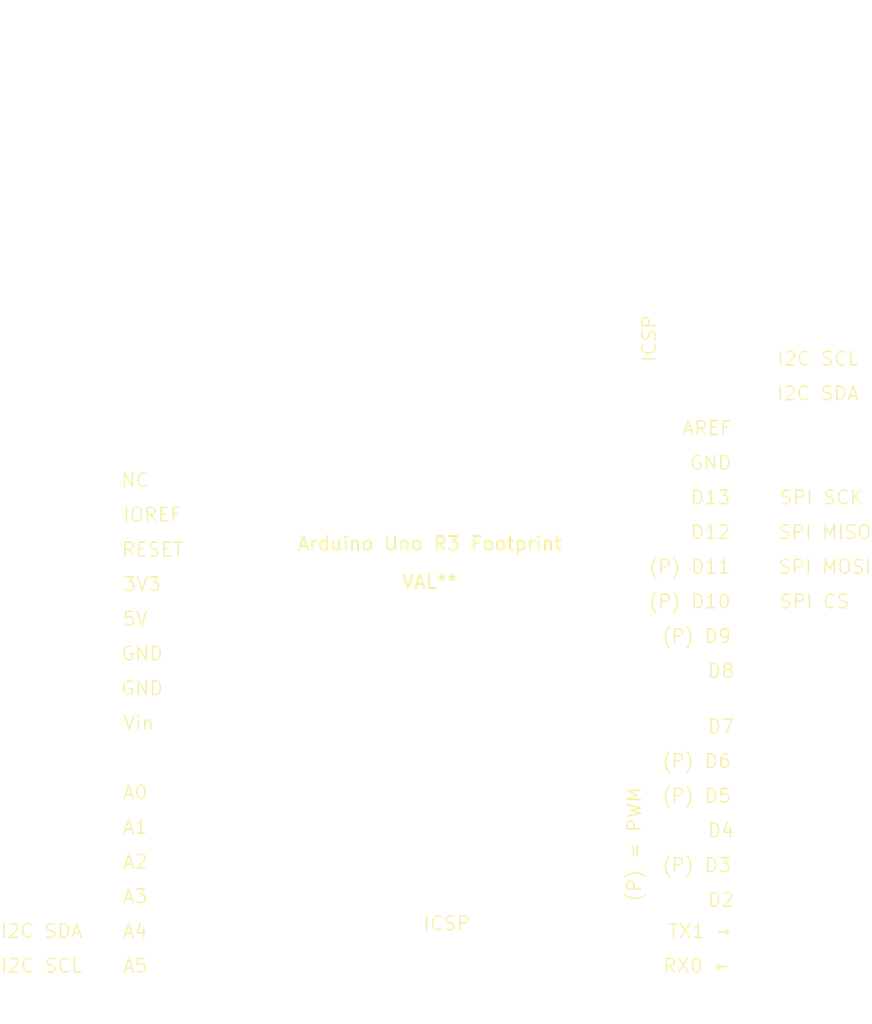
<source format=kicad_pcb>
(kicad_pcb (version 3) (host pcbnew "(2013-07-07 BZR 4022)-stable")

  (general
    (links 0)
    (no_connects 0)
    (area 0 0 0 0)
    (thickness 1.6)
    (drawings 0)
    (tracks 0)
    (zones 0)
    (modules 1)
    (nets 1)
  )

  (page A3)
  (layers
    (15 F.Cu signal)
    (0 B.Cu signal)
    (16 B.Adhes user)
    (17 F.Adhes user)
    (18 B.Paste user)
    (19 F.Paste user)
    (20 B.SilkS user)
    (21 F.SilkS user)
    (22 B.Mask user)
    (23 F.Mask user)
    (24 Dwgs.User user)
    (25 Cmts.User user)
    (26 Eco1.User user)
    (27 Eco2.User user)
    (28 Edge.Cuts user)
  )

  (setup
    (last_trace_width 0.254)
    (trace_clearance 0.254)
    (zone_clearance 0.508)
    (zone_45_only no)
    (trace_min 0.254)
    (segment_width 0.1)
    (edge_width 0.1)
    (via_size 0.889)
    (via_drill 0.635)
    (via_min_size 0.889)
    (via_min_drill 0.508)
    (uvia_size 0.508)
    (uvia_drill 0.127)
    (uvias_allowed no)
    (uvia_min_size 0.508)
    (uvia_min_drill 0.127)
    (pcb_text_width 0.3)
    (pcb_text_size 1.5 1.5)
    (mod_edge_width 0.001)
    (mod_text_size 1 1)
    (mod_text_width 0.1)
    (pad_size 1.5 1.5)
    (pad_drill 0.6)
    (pad_to_mask_clearance 0)
    (aux_axis_origin 0 0)
    (visible_elements 7FFFF7FF)
    (pcbplotparams
      (layerselection 3178497)
      (usegerberextensions true)
      (excludeedgelayer true)
      (linewidth 0.150000)
      (plotframeref false)
      (viasonmask false)
      (mode 1)
      (useauxorigin false)
      (hpglpennumber 1)
      (hpglpenspeed 20)
      (hpglpendiameter 15)
      (hpglpenoverlay 2)
      (psnegative false)
      (psa4output false)
      (plotreference true)
      (plotvalue true)
      (plotothertext true)
      (plotinvisibletext false)
      (padsonsilk false)
      (subtractmaskfromsilk false)
      (outputformat 1)
      (mirror false)
      (drillshape 1)
      (scaleselection 1)
      (outputdirectory ""))
  )

  (net 0 "")

  (net_class Default "This is the default net class."
    (clearance 0.254)
    (trace_width 0.254)
    (via_dia 0.889)
    (via_drill 0.635)
    (uvia_dia 0.508)
    (uvia_drill 0.127)
    (add_net "")
  )

  (module Arduino_Uno_R3_Footprint (layer F.Cu) (tedit 52EEB1CB) (tstamp 52EFF7C2)
    (at 214.63 149.86)
    (fp_text reference "Arduino Uno R3 Footprint" (at 0 -1.2) (layer F.SilkS)
      (effects (font (size 1 1) (thickness 0.15)))
    )
    (fp_text value VAL** (at 0 1.6) (layer F.SilkS)
      (effects (font (size 1 1) (thickness 0.15)))
    )
    (fp_line (start -26.5 26.35) (end -26.5 -34) (layer F.SilkS) (width 0.001))
    (fp_line (start -26.5 31.5) (end -26.5 30.35) (layer F.SilkS) (width 0.001))
    (fp_text user ICSP (at 16.0782 -16.2052 90) (layer F.SilkS)
      (effects (font (size 1 1) (thickness 0.1)))
    )
    (fp_circle (center 21.1582 -13.6652) (end 21.5138 -13.6398) (layer F.SilkS) (width 0.001))
    (fp_text user ICSP (at 1.2446 26.6192) (layer F.SilkS)
      (effects (font (size 1 1) (thickness 0.1)))
    )
    (fp_circle (center 3.7846 29.1592) (end 4.1402 29.2354) (layer F.SilkS) (width 0.001))
    (fp_text user "I2C SCL" (at -28.448 29.718) (layer F.SilkS)
      (effects (font (size 1 1) (thickness 0.1)))
    )
    (fp_text user "I2C SDA" (at -28.448 27.178) (layer F.SilkS)
      (effects (font (size 1 1) (thickness 0.1)))
    )
    (fp_line (start 26.5 3.925) (end 26.5 30.3) (layer F.SilkS) (width 0.001))
    (fp_line (start 26.5 -11.35) (end 26.5 -5.475) (layer F.SilkS) (width 0.001))
    (fp_line (start 26.5 -34) (end 26.5 -15.675) (layer F.SilkS) (width 0.001))
    (fp_text user "SPI CS" (at 28.194 3.048) (layer F.SilkS)
      (effects (font (size 1 1) (thickness 0.1)))
    )
    (fp_text user "SPI MOSI" (at 28.956 0.508) (layer F.SilkS)
      (effects (font (size 1 1) (thickness 0.1)))
    )
    (fp_text user "SPI MISO" (at 28.956 -2.032) (layer F.SilkS)
      (effects (font (size 1 1) (thickness 0.1)))
    )
    (fp_text user "SPI SCK" (at 28.702 -4.572) (layer F.SilkS)
      (effects (font (size 1 1) (thickness 0.1)))
    )
    (fp_text user "I2C SCL" (at 28.448 -14.732) (layer F.SilkS)
      (effects (font (size 1 1) (thickness 0.1)))
    )
    (fp_text user "I2C SDA" (at 28.448 -12.192) (layer F.SilkS)
      (effects (font (size 1 1) (thickness 0.1)))
    )
    (fp_text user AREF (at 20.32 -9.652) (layer F.SilkS)
      (effects (font (size 1 1) (thickness 0.1)))
    )
    (fp_text user GND (at 20.574 -7.112) (layer F.SilkS)
      (effects (font (size 1 1) (thickness 0.1)))
    )
    (fp_text user D13 (at 20.574 -4.572) (layer F.SilkS)
      (effects (font (size 1 1) (thickness 0.1)))
    )
    (fp_text user D12 (at 20.574 -2.032) (layer F.SilkS)
      (effects (font (size 1 1) (thickness 0.1)))
    )
    (fp_text user "(P) D11" (at 19.05 0.508) (layer F.SilkS)
      (effects (font (size 1 1) (thickness 0.1)))
    )
    (fp_text user "(P) D10" (at 19.05 3.048) (layer F.SilkS)
      (effects (font (size 1 1) (thickness 0.1)))
    )
    (fp_text user "(P) D9" (at 19.558 5.588) (layer F.SilkS)
      (effects (font (size 1 1) (thickness 0.1)))
    )
    (fp_text user D8 (at 21.336 8.128) (layer F.SilkS)
      (effects (font (size 1 1) (thickness 0.1)))
    )
    (fp_text user "(P) = PWM" (at 14.986 20.828 90) (layer F.SilkS)
      (effects (font (size 1 1) (thickness 0.1)))
    )
    (fp_text user "(P) D3" (at 19.558 22.352) (layer F.SilkS)
      (effects (font (size 1 1) (thickness 0.1)))
    )
    (fp_text user D7 (at 21.336 12.192) (layer F.SilkS)
      (effects (font (size 1 1) (thickness 0.1)))
    )
    (fp_text user "(P) D6" (at 19.558 14.732) (layer F.SilkS)
      (effects (font (size 1 1) (thickness 0.1)))
    )
    (fp_text user "(P) D5" (at 19.558 17.272) (layer F.SilkS)
      (effects (font (size 1 1) (thickness 0.1)))
    )
    (fp_text user D4 (at 21.336 19.812) (layer F.SilkS)
      (effects (font (size 1 1) (thickness 0.1)))
    )
    (fp_text user D2 (at 21.336 24.892) (layer F.SilkS)
      (effects (font (size 1 1) (thickness 0.1)))
    )
    (fp_text user "TX1 →" (at 19.812 27.178) (layer F.SilkS)
      (effects (font (size 1 1) (thickness 0.1)))
    )
    (fp_text user "RX0 ←" (at 19.558 29.718) (layer F.SilkS)
      (effects (font (size 1 1) (thickness 0.1)))
    )
    (fp_text user NC (at -21.59 -5.842) (layer F.SilkS)
      (effects (font (size 1 1) (thickness 0.1)))
    )
    (fp_text user IOREF (at -20.32 -3.302) (layer F.SilkS)
      (effects (font (size 1 1) (thickness 0.1)))
    )
    (fp_text user RESET (at -20.32 -0.762) (layer F.SilkS)
      (effects (font (size 1 1) (thickness 0.1)))
    )
    (fp_text user 3V3 (at -21.082 1.778) (layer F.SilkS)
      (effects (font (size 1 1) (thickness 0.1)))
    )
    (fp_text user 5V (at -21.59 4.318) (layer F.SilkS)
      (effects (font (size 1 1) (thickness 0.1)))
    )
    (fp_text user GND (at -21.082 6.858) (layer F.SilkS)
      (effects (font (size 1 1) (thickness 0.1)))
    )
    (fp_text user GND (at -21.082 9.398) (layer F.SilkS)
      (effects (font (size 1 1) (thickness 0.1)))
    )
    (fp_text user Vin (at -21.336 11.938) (layer F.SilkS)
      (effects (font (size 1 1) (thickness 0.1)))
    )
    (fp_text user A0 (at -21.59 17.018) (layer F.SilkS)
      (effects (font (size 1 1) (thickness 0.1)))
    )
    (fp_text user A1 (at -21.59 19.558) (layer F.SilkS)
      (effects (font (size 1 1) (thickness 0.1)))
    )
    (fp_text user A2 (at -21.59 22.098) (layer F.SilkS)
      (effects (font (size 1 1) (thickness 0.1)))
    )
    (fp_text user A3 (at -21.59 24.638) (layer F.SilkS)
      (effects (font (size 1 1) (thickness 0.1)))
    )
    (fp_text user A4 (at -21.59 27.178) (layer F.SilkS)
      (effects (font (size 1 1) (thickness 0.1)))
    )
    (fp_text user A5 (at -21.59 29.718) (layer F.SilkS)
      (effects (font (size 1 1) (thickness 0.1)))
    )
    (fp_line (start 21.4122 -18.9992) (end 20.9042 -18.4912) (layer F.SilkS) (width 0.001))
    (fp_line (start 21.4122 -18.4912) (end 20.9042 -18.9992) (layer F.SilkS) (width 0.001))
    (fp_line (start 21.4122 -18.7452) (end 21.4122 -18.9992) (layer F.SilkS) (width 0.001))
    (fp_line (start 21.4122 -18.9992) (end 20.9042 -18.9992) (layer F.SilkS) (width 0.001))
    (fp_line (start 20.9042 -18.9992) (end 20.9042 -18.4912) (layer F.SilkS) (width 0.001))
    (fp_line (start 20.9042 -18.4912) (end 21.4122 -18.4912) (layer F.SilkS) (width 0.001))
    (fp_line (start 21.4122 -18.4912) (end 21.4122 -18.7452) (layer F.SilkS) (width 0.001))
    (fp_line (start 18.8722 -18.9992) (end 18.3642 -18.4912) (layer F.SilkS) (width 0.001))
    (fp_line (start 18.8722 -18.4912) (end 18.3642 -18.9992) (layer F.SilkS) (width 0.001))
    (fp_line (start 18.8722 -18.7452) (end 18.8722 -18.9992) (layer F.SilkS) (width 0.001))
    (fp_line (start 18.8722 -18.9992) (end 18.3642 -18.9992) (layer F.SilkS) (width 0.001))
    (fp_line (start 18.3642 -18.9992) (end 18.3642 -18.4912) (layer F.SilkS) (width 0.001))
    (fp_line (start 18.3642 -18.4912) (end 18.8722 -18.4912) (layer F.SilkS) (width 0.001))
    (fp_line (start 18.8722 -18.4912) (end 18.8722 -18.7452) (layer F.SilkS) (width 0.001))
    (fp_line (start 18.8722 -16.4592) (end 18.3642 -15.9512) (layer F.SilkS) (width 0.001))
    (fp_line (start 18.8722 -15.9512) (end 18.3642 -16.4592) (layer F.SilkS) (width 0.001))
    (fp_line (start 18.8722 -16.2052) (end 18.8722 -16.4592) (layer F.SilkS) (width 0.001))
    (fp_line (start 18.8722 -16.4592) (end 18.3642 -16.4592) (layer F.SilkS) (width 0.001))
    (fp_line (start 18.3642 -16.4592) (end 18.3642 -15.9512) (layer F.SilkS) (width 0.001))
    (fp_line (start 18.3642 -15.9512) (end 18.8722 -15.9512) (layer F.SilkS) (width 0.001))
    (fp_line (start 18.8722 -15.9512) (end 18.8722 -16.2052) (layer F.SilkS) (width 0.001))
    (fp_line (start 21.4122 -16.4592) (end 20.9042 -15.9512) (layer F.SilkS) (width 0.001))
    (fp_line (start 21.4122 -15.9512) (end 20.9042 -16.4592) (layer F.SilkS) (width 0.001))
    (fp_line (start 21.4122 -16.2052) (end 21.4122 -15.9512) (layer F.SilkS) (width 0.001))
    (fp_line (start 21.4122 -15.9512) (end 20.9042 -15.9512) (layer F.SilkS) (width 0.001))
    (fp_line (start 20.9042 -15.9512) (end 20.9042 -16.4592) (layer F.SilkS) (width 0.001))
    (fp_line (start 20.9042 -16.4592) (end 21.4122 -16.4592) (layer F.SilkS) (width 0.001))
    (fp_line (start 21.4122 -16.4592) (end 21.4122 -16.2052) (layer F.SilkS) (width 0.001))
    (fp_line (start 18.8722 -13.9192) (end 18.3642 -13.4112) (layer F.SilkS) (width 0.001))
    (fp_line (start 18.8722 -13.4112) (end 18.3642 -13.9192) (layer F.SilkS) (width 0.001))
    (fp_line (start 18.3642 -13.9192) (end 18.3642 -13.4112) (layer F.SilkS) (width 0.001))
    (fp_line (start 18.3642 -13.4112) (end 18.8722 -13.4112) (layer F.SilkS) (width 0.001))
    (fp_line (start 18.8722 -13.4112) (end 18.8722 -13.6652) (layer F.SilkS) (width 0.001))
    (fp_line (start 18.8722 -13.6652) (end 18.8722 -13.9192) (layer F.SilkS) (width 0.001))
    (fp_line (start 18.8722 -13.9192) (end 18.3642 -13.9192) (layer F.SilkS) (width 0.001))
    (fp_line (start 4.0386 31.4452) (end 3.5306 31.9532) (layer F.SilkS) (width 0.001))
    (fp_line (start 4.0386 31.9532) (end 3.5306 31.4452) (layer F.SilkS) (width 0.001))
    (fp_line (start 3.7846 31.4452) (end 4.0386 31.4452) (layer F.SilkS) (width 0.001))
    (fp_line (start 4.0386 31.4452) (end 4.0386 31.9532) (layer F.SilkS) (width 0.001))
    (fp_line (start 4.0386 31.9532) (end 3.5306 31.9532) (layer F.SilkS) (width 0.001))
    (fp_line (start 3.5306 31.9532) (end 3.5306 31.4452) (layer F.SilkS) (width 0.001))
    (fp_line (start 3.5306 31.4452) (end 3.7846 31.4452) (layer F.SilkS) (width 0.001))
    (fp_line (start 1.4986 31.4452) (end 0.9906 31.9532) (layer F.SilkS) (width 0.001))
    (fp_line (start 0.9906 31.4452) (end 1.4986 31.9532) (layer F.SilkS) (width 0.001))
    (fp_line (start 1.2446 31.4452) (end 1.4986 31.4452) (layer F.SilkS) (width 0.001))
    (fp_line (start 1.4986 31.4452) (end 1.4986 31.9532) (layer F.SilkS) (width 0.001))
    (fp_line (start 1.4986 31.9532) (end 0.9906 31.9532) (layer F.SilkS) (width 0.001))
    (fp_line (start 0.9906 31.9532) (end 0.9906 31.4452) (layer F.SilkS) (width 0.001))
    (fp_line (start 0.9906 31.4452) (end 1.2446 31.4452) (layer F.SilkS) (width 0.001))
    (fp_line (start 1.4986 28.9052) (end 0.9906 29.4132) (layer F.SilkS) (width 0.001))
    (fp_line (start 0.9906 28.9052) (end 1.4986 29.4132) (layer F.SilkS) (width 0.001))
    (fp_line (start 1.2446 28.9052) (end 1.4986 28.9052) (layer F.SilkS) (width 0.001))
    (fp_line (start 1.4986 28.9052) (end 1.4986 29.4132) (layer F.SilkS) (width 0.001))
    (fp_line (start 1.4986 29.4132) (end 0.9906 29.4132) (layer F.SilkS) (width 0.001))
    (fp_line (start 0.9906 29.4132) (end 0.9906 28.9052) (layer F.SilkS) (width 0.001))
    (fp_line (start 0.9906 28.9052) (end 1.2446 28.9052) (layer F.SilkS) (width 0.001))
    (fp_line (start -1.0414 31.4452) (end -1.5494 31.9532) (layer F.SilkS) (width 0.001))
    (fp_line (start -1.0414 31.9532) (end -1.5494 31.4452) (layer F.SilkS) (width 0.001))
    (fp_line (start -1.524 31.4452) (end -1.5494 31.4452) (layer F.SilkS) (width 0.001))
    (fp_line (start -1.5494 31.4452) (end -1.5494 31.9532) (layer F.SilkS) (width 0.001))
    (fp_line (start -1.5494 31.9532) (end -1.524 31.9532) (layer F.SilkS) (width 0.001))
    (fp_line (start -1.2954 31.4452) (end -1.0414 31.4452) (layer F.SilkS) (width 0.001))
    (fp_line (start -1.0414 31.4452) (end -1.0414 31.9532) (layer F.SilkS) (width 0.001))
    (fp_line (start -1.0414 31.9532) (end -1.524 31.9532) (layer F.SilkS) (width 0.001))
    (fp_line (start -1.524 31.4452) (end -1.2954 31.4452) (layer F.SilkS) (width 0.001))
    (fp_line (start -1.0414 28.9052) (end -1.5494 29.4132) (layer F.SilkS) (width 0.001))
    (fp_line (start -1.5494 28.9052) (end -1.0414 29.4132) (layer F.SilkS) (width 0.001))
    (fp_line (start -1.0414 29.1592) (end -1.0414 28.9052) (layer F.SilkS) (width 0.001))
    (fp_line (start -1.0414 28.9052) (end -1.5494 28.9052) (layer F.SilkS) (width 0.001))
    (fp_line (start -1.5494 28.9052) (end -1.5494 29.4132) (layer F.SilkS) (width 0.001))
    (fp_line (start -1.5494 29.4132) (end -1.0414 29.4132) (layer F.SilkS) (width 0.001))
    (fp_line (start -1.0414 29.4132) (end -1.0414 29.1592) (layer F.SilkS) (width 0.001))
    (fp_line (start 22.1742 -14.9352) (end 17.6022 -14.9352) (layer F.SilkS) (width 0.001))
    (fp_line (start 17.6022 -17.4752) (end 22.1742 -17.4752) (layer F.SilkS) (width 0.001))
    (fp_line (start 22.1742 -20.0152) (end 17.6022 -20.0152) (layer F.SilkS) (width 0.001))
    (fp_line (start 17.6022 -20.0152) (end 17.6276 -20.0152) (layer F.SilkS) (width 0.001))
    (fp_line (start 22.4282 -17.7292) (end 22.4282 -19.7612) (layer F.SilkS) (width 0.001))
    (fp_line (start 22.4282 -15.1892) (end 22.4282 -17.2212) (layer F.SilkS) (width 0.001))
    (fp_line (start 22.4282 -12.6492) (end 22.4282 -14.6812) (layer F.SilkS) (width 0.001))
    (fp_line (start 17.6022 -12.3952) (end 22.1742 -12.3952) (layer F.SilkS) (width 0.001))
    (fp_line (start 17.3482 -14.6812) (end 17.3482 -12.6492) (layer F.SilkS) (width 0.001))
    (fp_line (start 17.3482 -17.2212) (end 17.3482 -15.1892) (layer F.SilkS) (width 0.001))
    (fp_line (start 17.3482 -19.7612) (end 17.3482 -17.7292) (layer F.SilkS) (width 0.001))
    (fp_line (start 22.4282 -12.6492) (end 22.1742 -12.3952) (layer F.SilkS) (width 0.001))
    (fp_line (start 22.4282 -15.1892) (end 22.1742 -14.9352) (layer F.SilkS) (width 0.001))
    (fp_line (start 22.1742 -14.9352) (end 22.4282 -14.6812) (layer F.SilkS) (width 0.001))
    (fp_line (start 22.4282 -17.7292) (end 22.1742 -17.4752) (layer F.SilkS) (width 0.001))
    (fp_line (start 22.1742 -17.4752) (end 22.4282 -17.2212) (layer F.SilkS) (width 0.001))
    (fp_line (start 22.4282 -19.7612) (end 22.1742 -20.0152) (layer F.SilkS) (width 0.001))
    (fp_line (start 17.3482 -19.7612) (end 17.6022 -20.0152) (layer F.SilkS) (width 0.001))
    (fp_line (start 17.3482 -17.2212) (end 17.6022 -17.4752) (layer F.SilkS) (width 0.001))
    (fp_line (start 17.6022 -17.4752) (end 17.3482 -17.7292) (layer F.SilkS) (width 0.001))
    (fp_line (start 17.3482 -14.6812) (end 17.6022 -14.9352) (layer F.SilkS) (width 0.001))
    (fp_line (start 17.6022 -14.9352) (end 17.3482 -15.1892) (layer F.SilkS) (width 0.001))
    (fp_line (start 17.6022 -12.3952) (end 17.3482 -12.6492) (layer F.SilkS) (width 0.001))
    (fp_line (start 2.5146 32.7152) (end 2.5146 28.1432) (layer F.SilkS) (width 0.001))
    (fp_line (start -0.0254 28.1432) (end -0.0254 32.7152) (layer F.SilkS) (width 0.001))
    (fp_line (start -2.5654 32.7152) (end -2.5654 28.1432) (layer F.SilkS) (width 0.001))
    (fp_line (start -0.2794 32.9692) (end -2.3114 32.9692) (layer F.SilkS) (width 0.001))
    (fp_line (start 2.2606 32.9692) (end 0.2286 32.9692) (layer F.SilkS) (width 0.001))
    (fp_line (start 4.8006 32.9692) (end 2.7686 32.9692) (layer F.SilkS) (width 0.001))
    (fp_line (start 5.0546 28.1432) (end 5.0546 32.7152) (layer F.SilkS) (width 0.001))
    (fp_line (start 2.7686 27.8892) (end 4.8006 27.8892) (layer F.SilkS) (width 0.001))
    (fp_line (start 0.2286 27.8892) (end 2.2606 27.8892) (layer F.SilkS) (width 0.001))
    (fp_line (start -2.3114 27.8892) (end -0.2794 27.8892) (layer F.SilkS) (width 0.001))
    (fp_line (start 4.8006 32.9692) (end 5.0546 32.7152) (layer F.SilkS) (width 0.001))
    (fp_line (start 5.0546 28.1432) (end 4.8006 27.8892) (layer F.SilkS) (width 0.001))
    (fp_line (start 2.5146 28.1432) (end 2.2606 27.8892) (layer F.SilkS) (width 0.001))
    (fp_line (start 2.5146 28.1432) (end 2.7686 27.8892) (layer F.SilkS) (width 0.001))
    (fp_line (start 2.2606 32.9692) (end 2.5146 32.7152) (layer F.SilkS) (width 0.001))
    (fp_line (start 2.5146 32.7152) (end 2.7686 32.9692) (layer F.SilkS) (width 0.001))
    (fp_line (start -0.0254 32.7152) (end 0.2286 32.9692) (layer F.SilkS) (width 0.001))
    (fp_line (start -0.0254 28.1432) (end 0.2286 27.8892) (layer F.SilkS) (width 0.001))
    (fp_line (start -0.2794 27.8892) (end -0.0254 28.1432) (layer F.SilkS) (width 0.001))
    (fp_line (start -0.0254 32.7152) (end -0.2794 32.9692) (layer F.SilkS) (width 0.001))
    (fp_line (start -2.5654 32.7152) (end -2.3114 32.9692) (layer F.SilkS) (width 0.001))
    (fp_line (start -2.5654 28.1432) (end -2.3114 27.8892) (layer F.SilkS) (width 0.001))
    (fp_line (start -13.8 -34) (end 5.6 -34) (layer F.SilkS) (width 0.001))
    (fp_line (start -26.5 -34) (end -22.7 -34) (layer F.SilkS) (width 0.001))
    (fp_line (start -13.8 -22) (end -13.8 -36) (layer F.SilkS) (width 0.001))
    (fp_line (start -13.8 -36) (end -22.7 -36) (layer F.SilkS) (width 0.001))
    (fp_line (start -22.7 -36) (end -22.7 -22) (layer F.SilkS) (width 0.001))
    (fp_line (start -22.7 -22) (end -13.8 -22) (layer F.SilkS) (width 0.001))
    (fp_line (start 5.6 -41) (end 5.6 -24.7) (layer F.SilkS) (width 0.001))
    (fp_line (start 5.6 -24.7) (end 17.8 -24.7) (layer F.SilkS) (width 0.001))
    (fp_line (start 17.8 -24.7) (end 17.8 -41) (layer F.SilkS) (width 0.001))
    (fp_line (start 17.8 -41) (end 5.6 -41) (layer F.SilkS) (width 0.001))
    (fp_line (start 26.5 -34) (end 17.8 -34) (layer F.SilkS) (width 0.001))
    (fp_circle (center -23.9522 -6.0452) (end -23.1902 -6.0452) (layer F.SilkS) (width 0.001))
    (fp_circle (center -23.9522 -3.5052) (end -23.1902 -3.5052) (layer F.SilkS) (width 0.001))
    (fp_circle (center -23.9522 -0.9652) (end -23.1902 -0.9652) (layer F.SilkS) (width 0.001))
    (fp_circle (center -23.9522 1.5748) (end -23.1902 1.5748) (layer F.SilkS) (width 0.001))
    (fp_circle (center -23.9522 4.1148) (end -23.1902 4.1148) (layer F.SilkS) (width 0.001))
    (fp_circle (center -23.9522 6.6548) (end -23.1902 6.6548) (layer F.SilkS) (width 0.001))
    (fp_circle (center -23.9522 9.1948) (end -23.1902 9.1948) (layer F.SilkS) (width 0.001))
    (fp_circle (center -23.9522 11.7348) (end -23.1902 11.7348) (layer F.SilkS) (width 0.001))
    (fp_circle (center -23.9522 16.8148) (end -23.1902 16.8148) (layer F.SilkS) (width 0.001))
    (fp_circle (center -23.9522 19.3548) (end -23.1902 19.3548) (layer F.SilkS) (width 0.001))
    (fp_circle (center -23.9522 21.8948) (end -23.1902 21.8948) (layer F.SilkS) (width 0.001))
    (fp_circle (center -23.9522 24.4348) (end -23.1902 24.4348) (layer F.SilkS) (width 0.001))
    (fp_circle (center -23.9522 26.9748) (end -23.1902 26.9748) (layer F.SilkS) (width 0.001))
    (fp_circle (center -23.9522 29.5148) (end -23.1902 29.5148) (layer F.SilkS) (width 0.001))
    (fp_circle (center 23.876 -14.859) (end 24.638 -14.859) (layer F.SilkS) (width 0.001))
    (fp_circle (center 23.876 -12.319) (end 24.638 -12.319) (layer F.SilkS) (width 0.001))
    (fp_circle (center 23.876 -9.779) (end 24.638 -9.779) (layer F.SilkS) (width 0.001))
    (fp_circle (center 23.876 -7.239) (end 24.638 -7.239) (layer F.SilkS) (width 0.001))
    (fp_circle (center 23.876 -4.699) (end 24.638 -4.699) (layer F.SilkS) (width 0.001))
    (fp_circle (center 23.876 -2.159) (end 24.638 -2.159) (layer F.SilkS) (width 0.001))
    (fp_circle (center 23.876 0.381) (end 24.638 0.381) (layer F.SilkS) (width 0.001))
    (fp_circle (center 23.876 2.921) (end 24.638 2.921) (layer F.SilkS) (width 0.001))
    (fp_circle (center 23.876 5.461) (end 24.638 5.461) (layer F.SilkS) (width 0.001))
    (fp_circle (center 23.876 8.001) (end 24.638 8.001) (layer F.SilkS) (width 0.001))
    (fp_line (start 22.606 9.271) (end 22.606 -16.129) (layer F.SilkS) (width 0.001))
    (fp_line (start 25.146 -16.129) (end 25.146 9.271) (layer F.SilkS) (width 0.001))
    (fp_line (start 22.606 -16.129) (end 25.146 -16.129) (layer F.SilkS) (width 0.001))
    (fp_line (start 22.606 9.271) (end 25.146 9.271) (layer F.SilkS) (width 0.001))
    (fp_circle (center 23.876 11.811) (end 24.638 11.811) (layer F.SilkS) (width 0.001))
    (fp_circle (center 23.876 14.351) (end 24.638 14.351) (layer F.SilkS) (width 0.001))
    (fp_circle (center 23.876 16.891) (end 24.638 16.891) (layer F.SilkS) (width 0.001))
    (fp_circle (center 23.876 19.431) (end 24.638 19.431) (layer F.SilkS) (width 0.001))
    (fp_circle (center 23.876 21.971) (end 24.638 21.971) (layer F.SilkS) (width 0.001))
    (fp_circle (center 23.876 24.511) (end 24.638 24.511) (layer F.SilkS) (width 0.001))
    (fp_circle (center 23.876 27.051) (end 24.638 27.051) (layer F.SilkS) (width 0.001))
    (fp_circle (center 23.876 29.591) (end 24.638 29.591) (layer F.SilkS) (width 0.001))
    (fp_line (start -25.2222 13.0048) (end -22.6822 13.0048) (layer F.SilkS) (width 0.001))
    (fp_line (start -22.6822 13.0048) (end -22.6822 -7.3152) (layer F.SilkS) (width 0.001))
    (fp_line (start -22.6822 -7.3152) (end -25.2222 -7.3152) (layer F.SilkS) (width 0.001))
    (fp_line (start -25.2222 -7.3152) (end -25.2222 13.0048) (layer F.SilkS) (width 0.001))
    (fp_line (start -25.2222 30.7848) (end -22.6822 30.7848) (layer F.SilkS) (width 0.001))
    (fp_line (start -22.6822 30.7848) (end -22.6822 15.5448) (layer F.SilkS) (width 0.001))
    (fp_line (start -22.6822 15.5448) (end -25.2222 15.5448) (layer F.SilkS) (width 0.001))
    (fp_line (start -25.2222 15.5448) (end -25.2222 30.7848) (layer F.SilkS) (width 0.001))
    (fp_line (start 25.146 30.861) (end 22.606 30.861) (layer F.SilkS) (width 0.001))
    (fp_line (start 22.606 30.861) (end 22.606 10.541) (layer F.SilkS) (width 0.001))
    (fp_line (start 22.606 10.541) (end 25.146 10.541) (layer F.SilkS) (width 0.001))
    (fp_line (start 25.146 10.541) (end 25.146 30.861) (layer F.SilkS) (width 0.001))
    (fp_line (start 24.9 31.5) (end 26.5 30.3) (layer F.SilkS) (width 0.001))
    (fp_line (start 13.4 31.5) (end 24.9 31.5) (layer F.SilkS) (width 0.001))
    (fp_line (start -24.5 31.5) (end -26.5 31.5) (layer F.SilkS) (width 0.001))
    (fp_line (start 10.95 34) (end 13.4 31.5) (layer F.SilkS) (width 0.001))
    (fp_line (start -24.5 31.5) (end -22.05 34) (layer F.SilkS) (width 0.001))
    (fp_line (start -22.05 34) (end 10.95 34) (layer F.SilkS) (width 0.001))
    (fp_circle (center 9.11 31.53) (end 10.73 31.53) (layer F.SilkS) (width 0.001))
    (fp_circle (center -18.88 31.53) (end -17.26 31.53) (layer F.SilkS) (width 0.001))
    (fp_circle (center 24.28 -19.08) (end 25.9 -19.08) (layer F.SilkS) (width 0.001))
    (fp_circle (center -23.98 -20.28) (end -22.36 -20.28) (layer F.SilkS) (width 0.001))
  )

)

</source>
